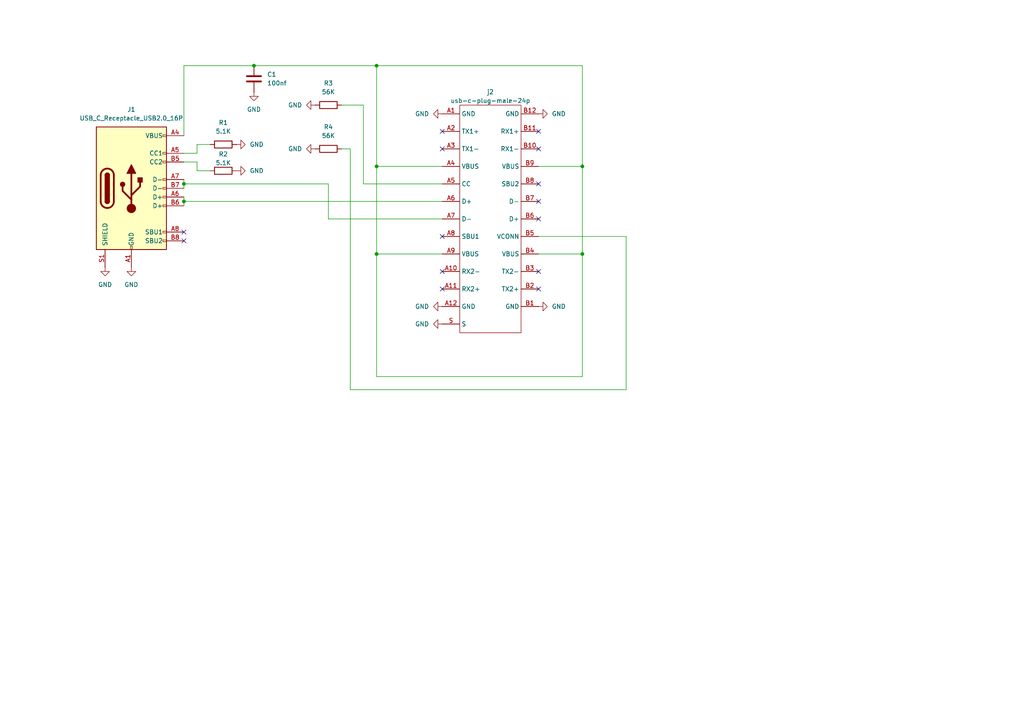
<source format=kicad_sch>
(kicad_sch
	(version 20231120)
	(generator "eeschema")
	(generator_version "8.0")
	(uuid "8f17509e-9c2c-43cc-80e7-f0e2b6508464")
	(paper "A4")
	(lib_symbols
		(symbol "Connector:USB_C_Receptacle_USB2.0_16P"
			(pin_names
				(offset 1.016)
			)
			(exclude_from_sim no)
			(in_bom yes)
			(on_board yes)
			(property "Reference" "J"
				(at 0 22.225 0)
				(effects
					(font
						(size 1.27 1.27)
					)
				)
			)
			(property "Value" "USB_C_Receptacle_USB2.0_16P"
				(at 0 19.685 0)
				(effects
					(font
						(size 1.27 1.27)
					)
				)
			)
			(property "Footprint" ""
				(at 3.81 0 0)
				(effects
					(font
						(size 1.27 1.27)
					)
					(hide yes)
				)
			)
			(property "Datasheet" "https://www.usb.org/sites/default/files/documents/usb_type-c.zip"
				(at 3.81 0 0)
				(effects
					(font
						(size 1.27 1.27)
					)
					(hide yes)
				)
			)
			(property "Description" "USB 2.0-only 16P Type-C Receptacle connector"
				(at 0 0 0)
				(effects
					(font
						(size 1.27 1.27)
					)
					(hide yes)
				)
			)
			(property "ki_keywords" "usb universal serial bus type-C USB2.0"
				(at 0 0 0)
				(effects
					(font
						(size 1.27 1.27)
					)
					(hide yes)
				)
			)
			(property "ki_fp_filters" "USB*C*Receptacle*"
				(at 0 0 0)
				(effects
					(font
						(size 1.27 1.27)
					)
					(hide yes)
				)
			)
			(symbol "USB_C_Receptacle_USB2.0_16P_0_0"
				(rectangle
					(start -0.254 -17.78)
					(end 0.254 -16.764)
					(stroke
						(width 0)
						(type default)
					)
					(fill
						(type none)
					)
				)
				(rectangle
					(start 10.16 -14.986)
					(end 9.144 -15.494)
					(stroke
						(width 0)
						(type default)
					)
					(fill
						(type none)
					)
				)
				(rectangle
					(start 10.16 -12.446)
					(end 9.144 -12.954)
					(stroke
						(width 0)
						(type default)
					)
					(fill
						(type none)
					)
				)
				(rectangle
					(start 10.16 -4.826)
					(end 9.144 -5.334)
					(stroke
						(width 0)
						(type default)
					)
					(fill
						(type none)
					)
				)
				(rectangle
					(start 10.16 -2.286)
					(end 9.144 -2.794)
					(stroke
						(width 0)
						(type default)
					)
					(fill
						(type none)
					)
				)
				(rectangle
					(start 10.16 0.254)
					(end 9.144 -0.254)
					(stroke
						(width 0)
						(type default)
					)
					(fill
						(type none)
					)
				)
				(rectangle
					(start 10.16 2.794)
					(end 9.144 2.286)
					(stroke
						(width 0)
						(type default)
					)
					(fill
						(type none)
					)
				)
				(rectangle
					(start 10.16 7.874)
					(end 9.144 7.366)
					(stroke
						(width 0)
						(type default)
					)
					(fill
						(type none)
					)
				)
				(rectangle
					(start 10.16 10.414)
					(end 9.144 9.906)
					(stroke
						(width 0)
						(type default)
					)
					(fill
						(type none)
					)
				)
				(rectangle
					(start 10.16 15.494)
					(end 9.144 14.986)
					(stroke
						(width 0)
						(type default)
					)
					(fill
						(type none)
					)
				)
			)
			(symbol "USB_C_Receptacle_USB2.0_16P_0_1"
				(rectangle
					(start -10.16 17.78)
					(end 10.16 -17.78)
					(stroke
						(width 0.254)
						(type default)
					)
					(fill
						(type background)
					)
				)
				(arc
					(start -8.89 -3.81)
					(mid -6.985 -5.7067)
					(end -5.08 -3.81)
					(stroke
						(width 0.508)
						(type default)
					)
					(fill
						(type none)
					)
				)
				(arc
					(start -7.62 -3.81)
					(mid -6.985 -4.4423)
					(end -6.35 -3.81)
					(stroke
						(width 0.254)
						(type default)
					)
					(fill
						(type none)
					)
				)
				(arc
					(start -7.62 -3.81)
					(mid -6.985 -4.4423)
					(end -6.35 -3.81)
					(stroke
						(width 0.254)
						(type default)
					)
					(fill
						(type outline)
					)
				)
				(rectangle
					(start -7.62 -3.81)
					(end -6.35 3.81)
					(stroke
						(width 0.254)
						(type default)
					)
					(fill
						(type outline)
					)
				)
				(arc
					(start -6.35 3.81)
					(mid -6.985 4.4423)
					(end -7.62 3.81)
					(stroke
						(width 0.254)
						(type default)
					)
					(fill
						(type none)
					)
				)
				(arc
					(start -6.35 3.81)
					(mid -6.985 4.4423)
					(end -7.62 3.81)
					(stroke
						(width 0.254)
						(type default)
					)
					(fill
						(type outline)
					)
				)
				(arc
					(start -5.08 3.81)
					(mid -6.985 5.7067)
					(end -8.89 3.81)
					(stroke
						(width 0.508)
						(type default)
					)
					(fill
						(type none)
					)
				)
				(circle
					(center -2.54 1.143)
					(radius 0.635)
					(stroke
						(width 0.254)
						(type default)
					)
					(fill
						(type outline)
					)
				)
				(circle
					(center 0 -5.842)
					(radius 1.27)
					(stroke
						(width 0)
						(type default)
					)
					(fill
						(type outline)
					)
				)
				(polyline
					(pts
						(xy -8.89 -3.81) (xy -8.89 3.81)
					)
					(stroke
						(width 0.508)
						(type default)
					)
					(fill
						(type none)
					)
				)
				(polyline
					(pts
						(xy -5.08 3.81) (xy -5.08 -3.81)
					)
					(stroke
						(width 0.508)
						(type default)
					)
					(fill
						(type none)
					)
				)
				(polyline
					(pts
						(xy 0 -5.842) (xy 0 4.318)
					)
					(stroke
						(width 0.508)
						(type default)
					)
					(fill
						(type none)
					)
				)
				(polyline
					(pts
						(xy 0 -3.302) (xy -2.54 -0.762) (xy -2.54 0.508)
					)
					(stroke
						(width 0.508)
						(type default)
					)
					(fill
						(type none)
					)
				)
				(polyline
					(pts
						(xy 0 -2.032) (xy 2.54 0.508) (xy 2.54 1.778)
					)
					(stroke
						(width 0.508)
						(type default)
					)
					(fill
						(type none)
					)
				)
				(polyline
					(pts
						(xy -1.27 4.318) (xy 0 6.858) (xy 1.27 4.318) (xy -1.27 4.318)
					)
					(stroke
						(width 0.254)
						(type default)
					)
					(fill
						(type outline)
					)
				)
				(rectangle
					(start 1.905 1.778)
					(end 3.175 3.048)
					(stroke
						(width 0.254)
						(type default)
					)
					(fill
						(type outline)
					)
				)
			)
			(symbol "USB_C_Receptacle_USB2.0_16P_1_1"
				(pin passive line
					(at 0 -22.86 90)
					(length 5.08)
					(name "GND"
						(effects
							(font
								(size 1.27 1.27)
							)
						)
					)
					(number "A1"
						(effects
							(font
								(size 1.27 1.27)
							)
						)
					)
				)
				(pin passive line
					(at 0 -22.86 90)
					(length 5.08) hide
					(name "GND"
						(effects
							(font
								(size 1.27 1.27)
							)
						)
					)
					(number "A12"
						(effects
							(font
								(size 1.27 1.27)
							)
						)
					)
				)
				(pin passive line
					(at 15.24 15.24 180)
					(length 5.08)
					(name "VBUS"
						(effects
							(font
								(size 1.27 1.27)
							)
						)
					)
					(number "A4"
						(effects
							(font
								(size 1.27 1.27)
							)
						)
					)
				)
				(pin bidirectional line
					(at 15.24 10.16 180)
					(length 5.08)
					(name "CC1"
						(effects
							(font
								(size 1.27 1.27)
							)
						)
					)
					(number "A5"
						(effects
							(font
								(size 1.27 1.27)
							)
						)
					)
				)
				(pin bidirectional line
					(at 15.24 -2.54 180)
					(length 5.08)
					(name "D+"
						(effects
							(font
								(size 1.27 1.27)
							)
						)
					)
					(number "A6"
						(effects
							(font
								(size 1.27 1.27)
							)
						)
					)
				)
				(pin bidirectional line
					(at 15.24 2.54 180)
					(length 5.08)
					(name "D-"
						(effects
							(font
								(size 1.27 1.27)
							)
						)
					)
					(number "A7"
						(effects
							(font
								(size 1.27 1.27)
							)
						)
					)
				)
				(pin bidirectional line
					(at 15.24 -12.7 180)
					(length 5.08)
					(name "SBU1"
						(effects
							(font
								(size 1.27 1.27)
							)
						)
					)
					(number "A8"
						(effects
							(font
								(size 1.27 1.27)
							)
						)
					)
				)
				(pin passive line
					(at 15.24 15.24 180)
					(length 5.08) hide
					(name "VBUS"
						(effects
							(font
								(size 1.27 1.27)
							)
						)
					)
					(number "A9"
						(effects
							(font
								(size 1.27 1.27)
							)
						)
					)
				)
				(pin passive line
					(at 0 -22.86 90)
					(length 5.08) hide
					(name "GND"
						(effects
							(font
								(size 1.27 1.27)
							)
						)
					)
					(number "B1"
						(effects
							(font
								(size 1.27 1.27)
							)
						)
					)
				)
				(pin passive line
					(at 0 -22.86 90)
					(length 5.08) hide
					(name "GND"
						(effects
							(font
								(size 1.27 1.27)
							)
						)
					)
					(number "B12"
						(effects
							(font
								(size 1.27 1.27)
							)
						)
					)
				)
				(pin passive line
					(at 15.24 15.24 180)
					(length 5.08) hide
					(name "VBUS"
						(effects
							(font
								(size 1.27 1.27)
							)
						)
					)
					(number "B4"
						(effects
							(font
								(size 1.27 1.27)
							)
						)
					)
				)
				(pin bidirectional line
					(at 15.24 7.62 180)
					(length 5.08)
					(name "CC2"
						(effects
							(font
								(size 1.27 1.27)
							)
						)
					)
					(number "B5"
						(effects
							(font
								(size 1.27 1.27)
							)
						)
					)
				)
				(pin bidirectional line
					(at 15.24 -5.08 180)
					(length 5.08)
					(name "D+"
						(effects
							(font
								(size 1.27 1.27)
							)
						)
					)
					(number "B6"
						(effects
							(font
								(size 1.27 1.27)
							)
						)
					)
				)
				(pin bidirectional line
					(at 15.24 0 180)
					(length 5.08)
					(name "D-"
						(effects
							(font
								(size 1.27 1.27)
							)
						)
					)
					(number "B7"
						(effects
							(font
								(size 1.27 1.27)
							)
						)
					)
				)
				(pin bidirectional line
					(at 15.24 -15.24 180)
					(length 5.08)
					(name "SBU2"
						(effects
							(font
								(size 1.27 1.27)
							)
						)
					)
					(number "B8"
						(effects
							(font
								(size 1.27 1.27)
							)
						)
					)
				)
				(pin passive line
					(at 15.24 15.24 180)
					(length 5.08) hide
					(name "VBUS"
						(effects
							(font
								(size 1.27 1.27)
							)
						)
					)
					(number "B9"
						(effects
							(font
								(size 1.27 1.27)
							)
						)
					)
				)
				(pin passive line
					(at -7.62 -22.86 90)
					(length 5.08)
					(name "SHIELD"
						(effects
							(font
								(size 1.27 1.27)
							)
						)
					)
					(number "S1"
						(effects
							(font
								(size 1.27 1.27)
							)
						)
					)
				)
			)
		)
		(symbol "Device:C"
			(pin_numbers hide)
			(pin_names
				(offset 0.254)
			)
			(exclude_from_sim no)
			(in_bom yes)
			(on_board yes)
			(property "Reference" "C"
				(at 0.635 2.54 0)
				(effects
					(font
						(size 1.27 1.27)
					)
					(justify left)
				)
			)
			(property "Value" "C"
				(at 0.635 -2.54 0)
				(effects
					(font
						(size 1.27 1.27)
					)
					(justify left)
				)
			)
			(property "Footprint" ""
				(at 0.9652 -3.81 0)
				(effects
					(font
						(size 1.27 1.27)
					)
					(hide yes)
				)
			)
			(property "Datasheet" "~"
				(at 0 0 0)
				(effects
					(font
						(size 1.27 1.27)
					)
					(hide yes)
				)
			)
			(property "Description" "Unpolarized capacitor"
				(at 0 0 0)
				(effects
					(font
						(size 1.27 1.27)
					)
					(hide yes)
				)
			)
			(property "ki_keywords" "cap capacitor"
				(at 0 0 0)
				(effects
					(font
						(size 1.27 1.27)
					)
					(hide yes)
				)
			)
			(property "ki_fp_filters" "C_*"
				(at 0 0 0)
				(effects
					(font
						(size 1.27 1.27)
					)
					(hide yes)
				)
			)
			(symbol "C_0_1"
				(polyline
					(pts
						(xy -2.032 -0.762) (xy 2.032 -0.762)
					)
					(stroke
						(width 0.508)
						(type default)
					)
					(fill
						(type none)
					)
				)
				(polyline
					(pts
						(xy -2.032 0.762) (xy 2.032 0.762)
					)
					(stroke
						(width 0.508)
						(type default)
					)
					(fill
						(type none)
					)
				)
			)
			(symbol "C_1_1"
				(pin passive line
					(at 0 3.81 270)
					(length 2.794)
					(name "~"
						(effects
							(font
								(size 1.27 1.27)
							)
						)
					)
					(number "1"
						(effects
							(font
								(size 1.27 1.27)
							)
						)
					)
				)
				(pin passive line
					(at 0 -3.81 90)
					(length 2.794)
					(name "~"
						(effects
							(font
								(size 1.27 1.27)
							)
						)
					)
					(number "2"
						(effects
							(font
								(size 1.27 1.27)
							)
						)
					)
				)
			)
		)
		(symbol "Device:R"
			(pin_numbers hide)
			(pin_names
				(offset 0)
			)
			(exclude_from_sim no)
			(in_bom yes)
			(on_board yes)
			(property "Reference" "R"
				(at 2.032 0 90)
				(effects
					(font
						(size 1.27 1.27)
					)
				)
			)
			(property "Value" "R"
				(at 0 0 90)
				(effects
					(font
						(size 1.27 1.27)
					)
				)
			)
			(property "Footprint" ""
				(at -1.778 0 90)
				(effects
					(font
						(size 1.27 1.27)
					)
					(hide yes)
				)
			)
			(property "Datasheet" "~"
				(at 0 0 0)
				(effects
					(font
						(size 1.27 1.27)
					)
					(hide yes)
				)
			)
			(property "Description" "Resistor"
				(at 0 0 0)
				(effects
					(font
						(size 1.27 1.27)
					)
					(hide yes)
				)
			)
			(property "ki_keywords" "R res resistor"
				(at 0 0 0)
				(effects
					(font
						(size 1.27 1.27)
					)
					(hide yes)
				)
			)
			(property "ki_fp_filters" "R_*"
				(at 0 0 0)
				(effects
					(font
						(size 1.27 1.27)
					)
					(hide yes)
				)
			)
			(symbol "R_0_1"
				(rectangle
					(start -1.016 -2.54)
					(end 1.016 2.54)
					(stroke
						(width 0.254)
						(type default)
					)
					(fill
						(type none)
					)
				)
			)
			(symbol "R_1_1"
				(pin passive line
					(at 0 3.81 270)
					(length 1.27)
					(name "~"
						(effects
							(font
								(size 1.27 1.27)
							)
						)
					)
					(number "1"
						(effects
							(font
								(size 1.27 1.27)
							)
						)
					)
				)
				(pin passive line
					(at 0 -3.81 90)
					(length 1.27)
					(name "~"
						(effects
							(font
								(size 1.27 1.27)
							)
						)
					)
					(number "2"
						(effects
							(font
								(size 1.27 1.27)
							)
						)
					)
				)
			)
		)
		(symbol "power:GND"
			(power)
			(pin_numbers hide)
			(pin_names
				(offset 0) hide)
			(exclude_from_sim no)
			(in_bom yes)
			(on_board yes)
			(property "Reference" "#PWR"
				(at 0 -6.35 0)
				(effects
					(font
						(size 1.27 1.27)
					)
					(hide yes)
				)
			)
			(property "Value" "GND"
				(at 0 -3.81 0)
				(effects
					(font
						(size 1.27 1.27)
					)
				)
			)
			(property "Footprint" ""
				(at 0 0 0)
				(effects
					(font
						(size 1.27 1.27)
					)
					(hide yes)
				)
			)
			(property "Datasheet" ""
				(at 0 0 0)
				(effects
					(font
						(size 1.27 1.27)
					)
					(hide yes)
				)
			)
			(property "Description" "Power symbol creates a global label with name \"GND\" , ground"
				(at 0 0 0)
				(effects
					(font
						(size 1.27 1.27)
					)
					(hide yes)
				)
			)
			(property "ki_keywords" "global power"
				(at 0 0 0)
				(effects
					(font
						(size 1.27 1.27)
					)
					(hide yes)
				)
			)
			(symbol "GND_0_1"
				(polyline
					(pts
						(xy 0 0) (xy 0 -1.27) (xy 1.27 -1.27) (xy 0 -2.54) (xy -1.27 -1.27) (xy 0 -1.27)
					)
					(stroke
						(width 0)
						(type default)
					)
					(fill
						(type none)
					)
				)
			)
			(symbol "GND_1_1"
				(pin power_in line
					(at 0 0 270)
					(length 0)
					(name "~"
						(effects
							(font
								(size 1.27 1.27)
							)
						)
					)
					(number "1"
						(effects
							(font
								(size 1.27 1.27)
							)
						)
					)
				)
			)
		)
		(symbol "usbc-plug_24_pin:USBC-PLUG_24_PIN"
			(exclude_from_sim no)
			(in_bom yes)
			(on_board yes)
			(property "Reference" "j2"
				(at 0 33.02 0)
				(effects
					(font
						(size 1.27 1.27)
					)
				)
			)
			(property "Value" "~"
				(at 0 0 0)
				(effects
					(font
						(size 1.27 1.27)
					)
				)
			)
			(property "Footprint" "dummifier:CONN_USBC-PLUG_24_PIN"
				(at 0 0 0)
				(effects
					(font
						(size 1.27 1.27)
					)
					(hide yes)
				)
			)
			(property "Datasheet" ""
				(at 0 0 0)
				(effects
					(font
						(size 1.27 1.27)
					)
					(hide yes)
				)
			)
			(property "Description" ""
				(at 0 0 0)
				(effects
					(font
						(size 1.27 1.27)
					)
					(hide yes)
				)
			)
			(symbol "USBC-PLUG_24_PIN_1_1"
				(rectangle
					(start -8.89 30.48)
					(end 8.89 -35.56)
					(stroke
						(width 0)
						(type solid)
					)
					(fill
						(type none)
					)
				)
				(pin passive line
					(at -13.97 27.94 0)
					(length 5.08)
					(name "GND"
						(effects
							(font
								(size 1.27 1.27)
							)
						)
					)
					(number "A1"
						(effects
							(font
								(size 1.27 1.27)
							)
						)
					)
				)
				(pin passive line
					(at -13.97 -17.78 0)
					(length 5.08)
					(name "RX2-"
						(effects
							(font
								(size 1.27 1.27)
							)
						)
					)
					(number "A10"
						(effects
							(font
								(size 1.27 1.27)
							)
						)
					)
				)
				(pin passive line
					(at -13.97 -22.86 0)
					(length 5.08)
					(name "RX2+"
						(effects
							(font
								(size 1.27 1.27)
							)
						)
					)
					(number "A11"
						(effects
							(font
								(size 1.27 1.27)
							)
						)
					)
				)
				(pin passive line
					(at -13.97 -27.94 0)
					(length 5.08)
					(name "GND"
						(effects
							(font
								(size 1.27 1.27)
							)
						)
					)
					(number "A12"
						(effects
							(font
								(size 1.27 1.27)
							)
						)
					)
				)
				(pin passive line
					(at -13.97 22.86 0)
					(length 5.08)
					(name "TX1+"
						(effects
							(font
								(size 1.27 1.27)
							)
						)
					)
					(number "A2"
						(effects
							(font
								(size 1.27 1.27)
							)
						)
					)
				)
				(pin passive line
					(at -13.97 17.78 0)
					(length 5.08)
					(name "TX1-"
						(effects
							(font
								(size 1.27 1.27)
							)
						)
					)
					(number "A3"
						(effects
							(font
								(size 1.27 1.27)
							)
						)
					)
				)
				(pin power_out line
					(at -13.97 12.7 0)
					(length 5.08)
					(name "VBUS"
						(effects
							(font
								(size 1.27 1.27)
							)
						)
					)
					(number "A4"
						(effects
							(font
								(size 1.27 1.27)
							)
						)
					)
				)
				(pin passive line
					(at -13.97 7.62 0)
					(length 5.08)
					(name "CC"
						(effects
							(font
								(size 1.27 1.27)
							)
						)
					)
					(number "A5"
						(effects
							(font
								(size 1.27 1.27)
							)
						)
					)
				)
				(pin bidirectional line
					(at -13.97 2.54 0)
					(length 5.08)
					(name "D+"
						(effects
							(font
								(size 1.27 1.27)
							)
						)
					)
					(number "A6"
						(effects
							(font
								(size 1.27 1.27)
							)
						)
					)
				)
				(pin bidirectional line
					(at -13.97 -2.54 0)
					(length 5.08)
					(name "D-"
						(effects
							(font
								(size 1.27 1.27)
							)
						)
					)
					(number "A7"
						(effects
							(font
								(size 1.27 1.27)
							)
						)
					)
				)
				(pin passive line
					(at -13.97 -7.62 0)
					(length 5.08)
					(name "SBU1"
						(effects
							(font
								(size 1.27 1.27)
							)
						)
					)
					(number "A8"
						(effects
							(font
								(size 1.27 1.27)
							)
						)
					)
				)
				(pin passive line
					(at -13.97 -12.7 0)
					(length 5.08)
					(name "VBUS"
						(effects
							(font
								(size 1.27 1.27)
							)
						)
					)
					(number "A9"
						(effects
							(font
								(size 1.27 1.27)
							)
						)
					)
				)
				(pin passive line
					(at 13.97 -27.94 180)
					(length 5.08)
					(name "GND"
						(effects
							(font
								(size 1.27 1.27)
							)
						)
					)
					(number "B1"
						(effects
							(font
								(size 1.27 1.27)
							)
						)
					)
				)
				(pin passive line
					(at 13.97 17.78 180)
					(length 5.08)
					(name "RX1-"
						(effects
							(font
								(size 1.27 1.27)
							)
						)
					)
					(number "B10"
						(effects
							(font
								(size 1.27 1.27)
							)
						)
					)
				)
				(pin passive line
					(at 13.97 22.86 180)
					(length 5.08)
					(name "RX1+"
						(effects
							(font
								(size 1.27 1.27)
							)
						)
					)
					(number "B11"
						(effects
							(font
								(size 1.27 1.27)
							)
						)
					)
				)
				(pin passive line
					(at 13.97 27.94 180)
					(length 5.08)
					(name "GND"
						(effects
							(font
								(size 1.27 1.27)
							)
						)
					)
					(number "B12"
						(effects
							(font
								(size 1.27 1.27)
							)
						)
					)
				)
				(pin passive line
					(at 13.97 -22.86 180)
					(length 5.08)
					(name "TX2+"
						(effects
							(font
								(size 1.27 1.27)
							)
						)
					)
					(number "B2"
						(effects
							(font
								(size 1.27 1.27)
							)
						)
					)
				)
				(pin passive line
					(at 13.97 -17.78 180)
					(length 5.08)
					(name "TX2-"
						(effects
							(font
								(size 1.27 1.27)
							)
						)
					)
					(number "B3"
						(effects
							(font
								(size 1.27 1.27)
							)
						)
					)
				)
				(pin passive line
					(at 13.97 -12.7 180)
					(length 5.08)
					(name "VBUS"
						(effects
							(font
								(size 1.27 1.27)
							)
						)
					)
					(number "B4"
						(effects
							(font
								(size 1.27 1.27)
							)
						)
					)
				)
				(pin passive line
					(at 13.97 -7.62 180)
					(length 5.08)
					(name "VCONN"
						(effects
							(font
								(size 1.27 1.27)
							)
						)
					)
					(number "B5"
						(effects
							(font
								(size 1.27 1.27)
							)
						)
					)
				)
				(pin bidirectional line
					(at 13.97 -2.54 180)
					(length 5.08)
					(name "D+"
						(effects
							(font
								(size 1.27 1.27)
							)
						)
					)
					(number "B6"
						(effects
							(font
								(size 1.27 1.27)
							)
						)
					)
				)
				(pin bidirectional line
					(at 13.97 2.54 180)
					(length 5.08)
					(name "D-"
						(effects
							(font
								(size 1.27 1.27)
							)
						)
					)
					(number "B7"
						(effects
							(font
								(size 1.27 1.27)
							)
						)
					)
				)
				(pin passive line
					(at 13.97 7.62 180)
					(length 5.08)
					(name "SBU2"
						(effects
							(font
								(size 1.27 1.27)
							)
						)
					)
					(number "B8"
						(effects
							(font
								(size 1.27 1.27)
							)
						)
					)
				)
				(pin passive line
					(at 13.97 12.7 180)
					(length 5.08)
					(name "VBUS"
						(effects
							(font
								(size 1.27 1.27)
							)
						)
					)
					(number "B9"
						(effects
							(font
								(size 1.27 1.27)
							)
						)
					)
				)
				(pin passive line
					(at -13.97 -33.02 0)
					(length 5.08)
					(name "S"
						(effects
							(font
								(size 1.27 1.27)
							)
						)
					)
					(number "S"
						(effects
							(font
								(size 1.27 1.27)
							)
						)
					)
				)
			)
		)
	)
	(junction
		(at 168.91 48.26)
		(diameter 0)
		(color 0 0 0 0)
		(uuid "0255d3b7-a92b-44b4-8e33-70e8ed2ed3e2")
	)
	(junction
		(at 109.22 19.05)
		(diameter 0)
		(color 0 0 0 0)
		(uuid "0fbda5cd-bdd2-4310-b5c9-686aaa81c23e")
	)
	(junction
		(at 168.91 73.66)
		(diameter 0)
		(color 0 0 0 0)
		(uuid "555eabb9-cdf9-4140-9b71-cdc40792520c")
	)
	(junction
		(at 109.22 48.26)
		(diameter 0)
		(color 0 0 0 0)
		(uuid "5d895c06-cf33-4a7b-a80b-f28f9743a164")
	)
	(junction
		(at 73.66 19.05)
		(diameter 0)
		(color 0 0 0 0)
		(uuid "7749a5ca-bc95-4c0e-b061-ee3366f9e0bb")
	)
	(junction
		(at 53.34 58.42)
		(diameter 0)
		(color 0 0 0 0)
		(uuid "ebbb50e1-b602-4abb-927c-cf4357fbb563")
	)
	(junction
		(at 109.22 73.66)
		(diameter 0)
		(color 0 0 0 0)
		(uuid "ed0e4d7f-781b-4313-b78f-4869ec44dcef")
	)
	(junction
		(at 53.34 53.34)
		(diameter 0)
		(color 0 0 0 0)
		(uuid "f06b0250-1933-4e03-bcb8-84b7cb84db58")
	)
	(no_connect
		(at 156.21 53.34)
		(uuid "0c299144-3a95-4a60-b04a-63003114b263")
	)
	(no_connect
		(at 53.34 67.31)
		(uuid "145d0fbb-4c52-4614-93fa-ffd5dccb9bbc")
	)
	(no_connect
		(at 128.27 38.1)
		(uuid "1c58c0ee-8c90-41e4-99ce-a0cb47e4e451")
	)
	(no_connect
		(at 156.21 83.82)
		(uuid "1d06dddf-faa8-4a48-85da-f4fd090d93c9")
	)
	(no_connect
		(at 128.27 78.74)
		(uuid "202ac492-6650-46e3-9960-34ce15ead6a7")
	)
	(no_connect
		(at 128.27 43.18)
		(uuid "234653bb-7a83-4a4b-89a9-ecaada69407d")
	)
	(no_connect
		(at 53.34 69.85)
		(uuid "274559ea-7c01-4bb3-bd0e-e4bacd263a16")
	)
	(no_connect
		(at 156.21 43.18)
		(uuid "34bf7efa-85a1-45d4-bb09-e30c2a4f259f")
	)
	(no_connect
		(at 128.27 83.82)
		(uuid "a4d838f4-657d-479e-926b-6ddd94b4de72")
	)
	(no_connect
		(at 156.21 58.42)
		(uuid "abe6650b-6873-45d5-aee4-8b5658de7506")
	)
	(no_connect
		(at 156.21 38.1)
		(uuid "c0a0943e-f8a3-4cc9-a760-084be1d713d4")
	)
	(no_connect
		(at 128.27 68.58)
		(uuid "cd87e625-17a4-4e1f-9faf-e9caaa708ff1")
	)
	(no_connect
		(at 156.21 63.5)
		(uuid "d99adf62-ed74-4f8e-a5d9-d571cc002dc8")
	)
	(no_connect
		(at 156.21 78.74)
		(uuid "fc1401ab-0104-4b6f-b0e8-03f56909d211")
	)
	(wire
		(pts
			(xy 156.21 68.58) (xy 181.61 68.58)
		)
		(stroke
			(width 0)
			(type default)
		)
		(uuid "01ad0031-fe48-49ae-9d50-c1dee977ceaa")
	)
	(wire
		(pts
			(xy 99.06 43.18) (xy 101.6 43.18)
		)
		(stroke
			(width 0)
			(type default)
		)
		(uuid "074e1807-1543-4dc0-9bc6-3270d3eb012e")
	)
	(wire
		(pts
			(xy 57.15 44.45) (xy 57.15 41.91)
		)
		(stroke
			(width 0)
			(type default)
		)
		(uuid "0aade52b-de17-41ad-9fe0-a28f74dcfefb")
	)
	(wire
		(pts
			(xy 53.34 58.42) (xy 128.27 58.42)
		)
		(stroke
			(width 0)
			(type default)
		)
		(uuid "0d1e54c2-2c76-4cc6-a7e8-ed81059bb84c")
	)
	(wire
		(pts
			(xy 181.61 113.03) (xy 101.6 113.03)
		)
		(stroke
			(width 0)
			(type default)
		)
		(uuid "13cabf99-49c8-41aa-83d3-f9c18a18f1ec")
	)
	(wire
		(pts
			(xy 109.22 48.26) (xy 128.27 48.26)
		)
		(stroke
			(width 0)
			(type default)
		)
		(uuid "202d0d81-833b-4a91-af0b-7655cbcc3907")
	)
	(wire
		(pts
			(xy 57.15 46.99) (xy 57.15 49.53)
		)
		(stroke
			(width 0)
			(type default)
		)
		(uuid "288ed39e-7c90-4b20-b188-3befdf5d952a")
	)
	(wire
		(pts
			(xy 101.6 113.03) (xy 101.6 43.18)
		)
		(stroke
			(width 0)
			(type default)
		)
		(uuid "3444280a-6131-4786-b6e6-d2c0d56a51d8")
	)
	(wire
		(pts
			(xy 109.22 109.22) (xy 168.91 109.22)
		)
		(stroke
			(width 0)
			(type default)
		)
		(uuid "346e8521-cbad-4c40-83af-bcf6ee09f836")
	)
	(wire
		(pts
			(xy 168.91 73.66) (xy 156.21 73.66)
		)
		(stroke
			(width 0)
			(type default)
		)
		(uuid "35538b77-8a57-46f8-a998-fbb4aabbf91e")
	)
	(wire
		(pts
			(xy 168.91 73.66) (xy 168.91 109.22)
		)
		(stroke
			(width 0)
			(type default)
		)
		(uuid "35fc426e-bbf5-4533-bd09-34478ab70d4e")
	)
	(wire
		(pts
			(xy 53.34 58.42) (xy 53.34 59.69)
		)
		(stroke
			(width 0)
			(type default)
		)
		(uuid "435043d4-9133-4be3-a67b-92f7d6e4ab66")
	)
	(wire
		(pts
			(xy 128.27 73.66) (xy 109.22 73.66)
		)
		(stroke
			(width 0)
			(type default)
		)
		(uuid "561cc63a-9361-47e2-a2aa-d4cc1d748984")
	)
	(wire
		(pts
			(xy 57.15 49.53) (xy 60.96 49.53)
		)
		(stroke
			(width 0)
			(type default)
		)
		(uuid "5aeb014c-8bf7-47a8-ae07-2825e6c69c89")
	)
	(wire
		(pts
			(xy 109.22 48.26) (xy 109.22 73.66)
		)
		(stroke
			(width 0)
			(type default)
		)
		(uuid "66d0182d-fc67-4838-86a1-87bc47254dfc")
	)
	(wire
		(pts
			(xy 53.34 19.05) (xy 53.34 39.37)
		)
		(stroke
			(width 0)
			(type default)
		)
		(uuid "67ccffc9-4caa-4d2c-a45e-7a0668757040")
	)
	(wire
		(pts
			(xy 109.22 73.66) (xy 109.22 109.22)
		)
		(stroke
			(width 0)
			(type default)
		)
		(uuid "6cff2bcc-dc90-4a41-9366-8668c76cc623")
	)
	(wire
		(pts
			(xy 109.22 19.05) (xy 109.22 48.26)
		)
		(stroke
			(width 0)
			(type default)
		)
		(uuid "752ca81e-156c-4325-9bf0-48177dc6f29a")
	)
	(wire
		(pts
			(xy 95.25 63.5) (xy 128.27 63.5)
		)
		(stroke
			(width 0)
			(type default)
		)
		(uuid "775cc8da-8177-449a-86e6-b06c05fd4338")
	)
	(wire
		(pts
			(xy 168.91 48.26) (xy 168.91 73.66)
		)
		(stroke
			(width 0)
			(type default)
		)
		(uuid "79b43a0f-c56c-4213-8a84-b48db4da4d4f")
	)
	(wire
		(pts
			(xy 53.34 19.05) (xy 73.66 19.05)
		)
		(stroke
			(width 0)
			(type default)
		)
		(uuid "7a7eb7d4-b048-48cf-87ef-ad08724e36cd")
	)
	(wire
		(pts
			(xy 57.15 41.91) (xy 60.96 41.91)
		)
		(stroke
			(width 0)
			(type default)
		)
		(uuid "8406b8a5-fbfe-4cf4-be5b-c54d88a1f661")
	)
	(wire
		(pts
			(xy 128.27 53.34) (xy 105.41 53.34)
		)
		(stroke
			(width 0)
			(type default)
		)
		(uuid "884eee67-a1cb-4757-8ea6-7991554a2950")
	)
	(wire
		(pts
			(xy 109.22 19.05) (xy 168.91 19.05)
		)
		(stroke
			(width 0)
			(type default)
		)
		(uuid "88a4a698-51c8-4f93-b835-a480c445fe23")
	)
	(wire
		(pts
			(xy 53.34 52.07) (xy 53.34 53.34)
		)
		(stroke
			(width 0)
			(type default)
		)
		(uuid "936d9149-c3aa-4de5-97f0-62c5828b4174")
	)
	(wire
		(pts
			(xy 53.34 46.99) (xy 57.15 46.99)
		)
		(stroke
			(width 0)
			(type default)
		)
		(uuid "969624c1-56c4-4fc6-ae96-63d0f5a7edd2")
	)
	(wire
		(pts
			(xy 73.66 19.05) (xy 109.22 19.05)
		)
		(stroke
			(width 0)
			(type default)
		)
		(uuid "96f69770-a4df-462d-8a06-31b78e3b1029")
	)
	(wire
		(pts
			(xy 53.34 53.34) (xy 95.25 53.34)
		)
		(stroke
			(width 0)
			(type default)
		)
		(uuid "99c3361b-6d72-4fc6-83ce-ab8b48966136")
	)
	(wire
		(pts
			(xy 53.34 53.34) (xy 53.34 54.61)
		)
		(stroke
			(width 0)
			(type default)
		)
		(uuid "9cd95c89-3dd0-4195-8fee-ea649b295d4e")
	)
	(wire
		(pts
			(xy 105.41 30.48) (xy 105.41 53.34)
		)
		(stroke
			(width 0)
			(type default)
		)
		(uuid "a9f3f1a5-8927-4c06-b3bb-58dec95cf99c")
	)
	(wire
		(pts
			(xy 156.21 48.26) (xy 168.91 48.26)
		)
		(stroke
			(width 0)
			(type default)
		)
		(uuid "bda39dfd-443e-4804-8d2a-2dedddac08e4")
	)
	(wire
		(pts
			(xy 53.34 57.15) (xy 53.34 58.42)
		)
		(stroke
			(width 0)
			(type default)
		)
		(uuid "c285fd73-bdfd-4598-a151-be3e5a1b40f8")
	)
	(wire
		(pts
			(xy 95.25 53.34) (xy 95.25 63.5)
		)
		(stroke
			(width 0)
			(type default)
		)
		(uuid "d1ffa366-4fbb-4462-9b93-44c7dd09f42c")
	)
	(wire
		(pts
			(xy 99.06 30.48) (xy 105.41 30.48)
		)
		(stroke
			(width 0)
			(type default)
		)
		(uuid "d37afe82-fff5-4552-9fb5-bc8352b55c28")
	)
	(wire
		(pts
			(xy 53.34 44.45) (xy 57.15 44.45)
		)
		(stroke
			(width 0)
			(type default)
		)
		(uuid "e803335b-5dec-49be-a50a-2f23381a7ec0")
	)
	(wire
		(pts
			(xy 168.91 48.26) (xy 168.91 19.05)
		)
		(stroke
			(width 0)
			(type default)
		)
		(uuid "f0d4acea-67a2-4dbd-aec2-8bbe4e5e7c81")
	)
	(wire
		(pts
			(xy 181.61 68.58) (xy 181.61 113.03)
		)
		(stroke
			(width 0)
			(type default)
		)
		(uuid "fc783f2f-9618-4e98-a5be-379df2428e3f")
	)
	(symbol
		(lib_id "power:GND")
		(at 30.48 77.47 0)
		(unit 1)
		(exclude_from_sim no)
		(in_bom yes)
		(on_board yes)
		(dnp no)
		(fields_autoplaced yes)
		(uuid "18d88ece-d528-46ad-88dd-6d22776d11ce")
		(property "Reference" "#PWR01"
			(at 30.48 83.82 0)
			(effects
				(font
					(size 1.27 1.27)
				)
				(hide yes)
			)
		)
		(property "Value" "GND"
			(at 30.48 82.55 0)
			(effects
				(font
					(size 1.27 1.27)
				)
			)
		)
		(property "Footprint" ""
			(at 30.48 77.47 0)
			(effects
				(font
					(size 1.27 1.27)
				)
				(hide yes)
			)
		)
		(property "Datasheet" ""
			(at 30.48 77.47 0)
			(effects
				(font
					(size 1.27 1.27)
				)
				(hide yes)
			)
		)
		(property "Description" "Power symbol creates a global label with name \"GND\" , ground"
			(at 30.48 77.47 0)
			(effects
				(font
					(size 1.27 1.27)
				)
				(hide yes)
			)
		)
		(pin "1"
			(uuid "40d62eac-d4d0-4042-ad26-e67076b30f26")
		)
		(instances
			(project "dummifier"
				(path "/8f17509e-9c2c-43cc-80e7-f0e2b6508464"
					(reference "#PWR01")
					(unit 1)
				)
			)
		)
	)
	(symbol
		(lib_id "power:GND")
		(at 128.27 33.02 270)
		(unit 1)
		(exclude_from_sim no)
		(in_bom yes)
		(on_board yes)
		(dnp no)
		(fields_autoplaced yes)
		(uuid "224ecfd1-a541-443c-90e8-d34b4dcaa2f3")
		(property "Reference" "#PWR010"
			(at 121.92 33.02 0)
			(effects
				(font
					(size 1.27 1.27)
				)
				(hide yes)
			)
		)
		(property "Value" "GND"
			(at 124.46 33.0199 90)
			(effects
				(font
					(size 1.27 1.27)
				)
				(justify right)
			)
		)
		(property "Footprint" ""
			(at 128.27 33.02 0)
			(effects
				(font
					(size 1.27 1.27)
				)
				(hide yes)
			)
		)
		(property "Datasheet" ""
			(at 128.27 33.02 0)
			(effects
				(font
					(size 1.27 1.27)
				)
				(hide yes)
			)
		)
		(property "Description" "Power symbol creates a global label with name \"GND\" , ground"
			(at 128.27 33.02 0)
			(effects
				(font
					(size 1.27 1.27)
				)
				(hide yes)
			)
		)
		(pin "1"
			(uuid "94bb1607-b5f6-487a-b086-ec65be5df405")
		)
		(instances
			(project "dummifier"
				(path "/8f17509e-9c2c-43cc-80e7-f0e2b6508464"
					(reference "#PWR010")
					(unit 1)
				)
			)
		)
	)
	(symbol
		(lib_id "usbc-plug_24_pin:USBC-PLUG_24_PIN")
		(at 142.24 60.96 0)
		(unit 1)
		(exclude_from_sim no)
		(in_bom yes)
		(on_board yes)
		(dnp no)
		(fields_autoplaced yes)
		(uuid "246265f8-95d0-4930-8cb3-ea28db46f21e")
		(property "Reference" "j2"
			(at 142.24 26.67 0)
			(effects
				(font
					(size 1.27 1.27)
				)
			)
		)
		(property "Value" "usb-c-plug-male-24p"
			(at 142.24 29.21 0)
			(effects
				(font
					(size 1.27 1.27)
				)
			)
		)
		(property "Footprint" "dummifier:CONN_USBC-PLUG_24_PIN-2"
			(at 142.24 60.96 0)
			(effects
				(font
					(size 1.27 1.27)
				)
				(hide yes)
			)
		)
		(property "Datasheet" ""
			(at 142.24 60.96 0)
			(effects
				(font
					(size 1.27 1.27)
				)
				(hide yes)
			)
		)
		(property "Description" ""
			(at 142.24 60.96 0)
			(effects
				(font
					(size 1.27 1.27)
				)
				(hide yes)
			)
		)
		(pin "A1"
			(uuid "fdd94468-4f7a-43b5-bd26-fbff7c880604")
		)
		(pin "A10"
			(uuid "1a272f73-53cc-4774-8df5-43c09d1a5cfe")
		)
		(pin "A2"
			(uuid "850a813e-1931-4498-ae2a-f5b5273e2667")
		)
		(pin "B12"
			(uuid "95d2c922-1150-406c-a485-b31d719c78bd")
		)
		(pin "A7"
			(uuid "f33f90b2-224d-45e5-9190-afebdd32bbc5")
		)
		(pin "S"
			(uuid "4a1b540b-d668-4cbc-a43a-9a430a11aa89")
		)
		(pin "A12"
			(uuid "7f126eaa-f370-4ed1-bd63-ac1ee025e3f6")
		)
		(pin "B5"
			(uuid "8af10c22-7e52-4337-9339-b557aa590c60")
		)
		(pin "A4"
			(uuid "62044660-2b7a-47aa-85d6-9bf24457a625")
		)
		(pin "A9"
			(uuid "7b780274-2188-46b3-8d1a-ff5594da7da2")
		)
		(pin "A11"
			(uuid "dbfb603f-42c4-4b7c-8d96-2699a3e55a7a")
		)
		(pin "B4"
			(uuid "11a901f2-7ba1-4133-892c-866a610b9d83")
		)
		(pin "A8"
			(uuid "39f58a82-9804-4c21-85dc-5f62d8bd7112")
		)
		(pin "A3"
			(uuid "e2680d49-9085-4f74-87dc-84ccb05f3473")
		)
		(pin "B1"
			(uuid "af813150-48fb-461e-8faf-b2032b51197c")
		)
		(pin "A5"
			(uuid "bae0ca70-3e7d-4261-ba94-d5531a709061")
		)
		(pin "A6"
			(uuid "59077e0d-7c95-4f75-b6c6-20d814c8411e")
		)
		(pin "B11"
			(uuid "989abb59-acd0-4046-a737-504290523349")
		)
		(pin "B2"
			(uuid "74648213-4aed-4d52-90c6-611669d32a58")
		)
		(pin "B10"
			(uuid "280823f9-db81-456b-ac7e-6ff39ad19cea")
		)
		(pin "B3"
			(uuid "13fe32f8-6abe-4e9e-a02a-276a8d1dfe31")
		)
		(pin "B8"
			(uuid "96e3294d-87e9-4821-b1f3-c3633ad44d50")
		)
		(pin "B6"
			(uuid "4895f25d-96d1-4017-954d-1d027f587446")
		)
		(pin "B7"
			(uuid "16853c4d-e862-45d9-bd67-628f5b69deab")
		)
		(pin "B9"
			(uuid "bd07af6a-8173-46e4-98ab-2747ec561499")
		)
		(instances
			(project "dummifier"
				(path "/8f17509e-9c2c-43cc-80e7-f0e2b6508464"
					(reference "j2")
					(unit 1)
				)
			)
		)
	)
	(symbol
		(lib_id "Device:R")
		(at 95.25 43.18 90)
		(unit 1)
		(exclude_from_sim no)
		(in_bom yes)
		(on_board yes)
		(dnp no)
		(fields_autoplaced yes)
		(uuid "304ac49d-2179-45d1-af5c-c580ce51a9b3")
		(property "Reference" "R4"
			(at 95.25 36.83 90)
			(effects
				(font
					(size 1.27 1.27)
				)
			)
		)
		(property "Value" "56K"
			(at 95.25 39.37 90)
			(effects
				(font
					(size 1.27 1.27)
				)
			)
		)
		(property "Footprint" "Resistor_SMD:R_0805_2012Metric_Pad1.20x1.40mm_HandSolder"
			(at 95.25 44.958 90)
			(effects
				(font
					(size 1.27 1.27)
				)
				(hide yes)
			)
		)
		(property "Datasheet" "~"
			(at 95.25 43.18 0)
			(effects
				(font
					(size 1.27 1.27)
				)
				(hide yes)
			)
		)
		(property "Description" "Resistor"
			(at 95.25 43.18 0)
			(effects
				(font
					(size 1.27 1.27)
				)
				(hide yes)
			)
		)
		(pin "1"
			(uuid "ac3480d7-161f-4f1e-97a4-76abb8cfc80f")
		)
		(pin "2"
			(uuid "7a6e4ecf-bd6b-43e3-9397-b9dc96e3bb20")
		)
		(instances
			(project "dummifier"
				(path "/8f17509e-9c2c-43cc-80e7-f0e2b6508464"
					(reference "R4")
					(unit 1)
				)
			)
		)
	)
	(symbol
		(lib_id "Device:C")
		(at 73.66 22.86 0)
		(unit 1)
		(exclude_from_sim no)
		(in_bom yes)
		(on_board yes)
		(dnp no)
		(fields_autoplaced yes)
		(uuid "3e470d15-2bc1-4e6d-8a66-cf3d72a1e3d7")
		(property "Reference" "C1"
			(at 77.47 21.5899 0)
			(effects
				(font
					(size 1.27 1.27)
				)
				(justify left)
			)
		)
		(property "Value" "100nf"
			(at 77.47 24.1299 0)
			(effects
				(font
					(size 1.27 1.27)
				)
				(justify left)
			)
		)
		(property "Footprint" "Capacitor_SMD:C_0805_2012Metric_Pad1.18x1.45mm_HandSolder"
			(at 74.6252 26.67 0)
			(effects
				(font
					(size 1.27 1.27)
				)
				(hide yes)
			)
		)
		(property "Datasheet" "~"
			(at 73.66 22.86 0)
			(effects
				(font
					(size 1.27 1.27)
				)
				(hide yes)
			)
		)
		(property "Description" "Unpolarized capacitor"
			(at 73.66 22.86 0)
			(effects
				(font
					(size 1.27 1.27)
				)
				(hide yes)
			)
		)
		(pin "1"
			(uuid "884fcb03-20c6-4ea0-aa9e-2dcee6efee9b")
		)
		(pin "2"
			(uuid "4685a63b-b97f-46c0-a365-20c888577a3e")
		)
		(instances
			(project "dummifier"
				(path "/8f17509e-9c2c-43cc-80e7-f0e2b6508464"
					(reference "C1")
					(unit 1)
				)
			)
		)
	)
	(symbol
		(lib_id "power:GND")
		(at 128.27 93.98 270)
		(unit 1)
		(exclude_from_sim no)
		(in_bom yes)
		(on_board yes)
		(dnp no)
		(fields_autoplaced yes)
		(uuid "3eec7267-78c2-48b0-b110-dc9a8d232b13")
		(property "Reference" "#PWR013"
			(at 121.92 93.98 0)
			(effects
				(font
					(size 1.27 1.27)
				)
				(hide yes)
			)
		)
		(property "Value" "GND"
			(at 124.46 93.9799 90)
			(effects
				(font
					(size 1.27 1.27)
				)
				(justify right)
			)
		)
		(property "Footprint" ""
			(at 128.27 93.98 0)
			(effects
				(font
					(size 1.27 1.27)
				)
				(hide yes)
			)
		)
		(property "Datasheet" ""
			(at 128.27 93.98 0)
			(effects
				(font
					(size 1.27 1.27)
				)
				(hide yes)
			)
		)
		(property "Description" "Power symbol creates a global label with name \"GND\" , ground"
			(at 128.27 93.98 0)
			(effects
				(font
					(size 1.27 1.27)
				)
				(hide yes)
			)
		)
		(pin "1"
			(uuid "4e1e97a6-9c8a-4ac2-a987-c67f37c40882")
		)
		(instances
			(project "dummifier"
				(path "/8f17509e-9c2c-43cc-80e7-f0e2b6508464"
					(reference "#PWR013")
					(unit 1)
				)
			)
		)
	)
	(symbol
		(lib_id "power:GND")
		(at 156.21 88.9 90)
		(unit 1)
		(exclude_from_sim no)
		(in_bom yes)
		(on_board yes)
		(dnp no)
		(fields_autoplaced yes)
		(uuid "4141b13b-4417-4d07-a1d9-f5410ac64023")
		(property "Reference" "#PWR014"
			(at 162.56 88.9 0)
			(effects
				(font
					(size 1.27 1.27)
				)
				(hide yes)
			)
		)
		(property "Value" "GND"
			(at 160.02 88.8999 90)
			(effects
				(font
					(size 1.27 1.27)
				)
				(justify right)
			)
		)
		(property "Footprint" ""
			(at 156.21 88.9 0)
			(effects
				(font
					(size 1.27 1.27)
				)
				(hide yes)
			)
		)
		(property "Datasheet" ""
			(at 156.21 88.9 0)
			(effects
				(font
					(size 1.27 1.27)
				)
				(hide yes)
			)
		)
		(property "Description" "Power symbol creates a global label with name \"GND\" , ground"
			(at 156.21 88.9 0)
			(effects
				(font
					(size 1.27 1.27)
				)
				(hide yes)
			)
		)
		(pin "1"
			(uuid "ffad5a73-65b6-4002-a0b2-e36bd94c9f9e")
		)
		(instances
			(project "dummifier"
				(path "/8f17509e-9c2c-43cc-80e7-f0e2b6508464"
					(reference "#PWR014")
					(unit 1)
				)
			)
		)
	)
	(symbol
		(lib_id "power:GND")
		(at 156.21 33.02 90)
		(unit 1)
		(exclude_from_sim no)
		(in_bom yes)
		(on_board yes)
		(dnp no)
		(fields_autoplaced yes)
		(uuid "57283c02-d587-4a1b-91d4-c5dcf2331001")
		(property "Reference" "#PWR011"
			(at 162.56 33.02 0)
			(effects
				(font
					(size 1.27 1.27)
				)
				(hide yes)
			)
		)
		(property "Value" "GND"
			(at 160.02 33.0199 90)
			(effects
				(font
					(size 1.27 1.27)
				)
				(justify right)
			)
		)
		(property "Footprint" ""
			(at 156.21 33.02 0)
			(effects
				(font
					(size 1.27 1.27)
				)
				(hide yes)
			)
		)
		(property "Datasheet" ""
			(at 156.21 33.02 0)
			(effects
				(font
					(size 1.27 1.27)
				)
				(hide yes)
			)
		)
		(property "Description" "Power symbol creates a global label with name \"GND\" , ground"
			(at 156.21 33.02 0)
			(effects
				(font
					(size 1.27 1.27)
				)
				(hide yes)
			)
		)
		(pin "1"
			(uuid "d2612296-bd04-4dc1-8d5d-3c56cfc8e494")
		)
		(instances
			(project "dummifier"
				(path "/8f17509e-9c2c-43cc-80e7-f0e2b6508464"
					(reference "#PWR011")
					(unit 1)
				)
			)
		)
	)
	(symbol
		(lib_id "power:GND")
		(at 91.44 30.48 270)
		(unit 1)
		(exclude_from_sim no)
		(in_bom yes)
		(on_board yes)
		(dnp no)
		(fields_autoplaced yes)
		(uuid "5baab2d1-1bea-47ac-bd4e-5153d6d51ec6")
		(property "Reference" "#PWR08"
			(at 85.09 30.48 0)
			(effects
				(font
					(size 1.27 1.27)
				)
				(hide yes)
			)
		)
		(property "Value" "GND"
			(at 87.63 30.4799 90)
			(effects
				(font
					(size 1.27 1.27)
				)
				(justify right)
			)
		)
		(property "Footprint" ""
			(at 91.44 30.48 0)
			(effects
				(font
					(size 1.27 1.27)
				)
				(hide yes)
			)
		)
		(property "Datasheet" ""
			(at 91.44 30.48 0)
			(effects
				(font
					(size 1.27 1.27)
				)
				(hide yes)
			)
		)
		(property "Description" "Power symbol creates a global label with name \"GND\" , ground"
			(at 91.44 30.48 0)
			(effects
				(font
					(size 1.27 1.27)
				)
				(hide yes)
			)
		)
		(pin "1"
			(uuid "f5dd46e5-2592-425a-b0a8-1ddd1d6de351")
		)
		(instances
			(project "dummifier"
				(path "/8f17509e-9c2c-43cc-80e7-f0e2b6508464"
					(reference "#PWR08")
					(unit 1)
				)
			)
		)
	)
	(symbol
		(lib_id "power:GND")
		(at 68.58 49.53 90)
		(unit 1)
		(exclude_from_sim no)
		(in_bom yes)
		(on_board yes)
		(dnp no)
		(fields_autoplaced yes)
		(uuid "631b2382-ee07-4e7c-bd77-2774dc2f612f")
		(property "Reference" "#PWR04"
			(at 74.93 49.53 0)
			(effects
				(font
					(size 1.27 1.27)
				)
				(hide yes)
			)
		)
		(property "Value" "GND"
			(at 72.39 49.5299 90)
			(effects
				(font
					(size 1.27 1.27)
				)
				(justify right)
			)
		)
		(property "Footprint" ""
			(at 68.58 49.53 0)
			(effects
				(font
					(size 1.27 1.27)
				)
				(hide yes)
			)
		)
		(property "Datasheet" ""
			(at 68.58 49.53 0)
			(effects
				(font
					(size 1.27 1.27)
				)
				(hide yes)
			)
		)
		(property "Description" "Power symbol creates a global label with name \"GND\" , ground"
			(at 68.58 49.53 0)
			(effects
				(font
					(size 1.27 1.27)
				)
				(hide yes)
			)
		)
		(pin "1"
			(uuid "fc03ecf9-ed08-4e63-9f21-8175ab55e616")
		)
		(instances
			(project "dummifier"
				(path "/8f17509e-9c2c-43cc-80e7-f0e2b6508464"
					(reference "#PWR04")
					(unit 1)
				)
			)
		)
	)
	(symbol
		(lib_id "power:GND")
		(at 91.44 43.18 270)
		(unit 1)
		(exclude_from_sim no)
		(in_bom yes)
		(on_board yes)
		(dnp no)
		(fields_autoplaced yes)
		(uuid "8de2b2ee-cea3-46d4-9f20-4532bd9503a1")
		(property "Reference" "#PWR09"
			(at 85.09 43.18 0)
			(effects
				(font
					(size 1.27 1.27)
				)
				(hide yes)
			)
		)
		(property "Value" "GND"
			(at 87.63 43.1799 90)
			(effects
				(font
					(size 1.27 1.27)
				)
				(justify right)
			)
		)
		(property "Footprint" ""
			(at 91.44 43.18 0)
			(effects
				(font
					(size 1.27 1.27)
				)
				(hide yes)
			)
		)
		(property "Datasheet" ""
			(at 91.44 43.18 0)
			(effects
				(font
					(size 1.27 1.27)
				)
				(hide yes)
			)
		)
		(property "Description" "Power symbol creates a global label with name \"GND\" , ground"
			(at 91.44 43.18 0)
			(effects
				(font
					(size 1.27 1.27)
				)
				(hide yes)
			)
		)
		(pin "1"
			(uuid "20f00d26-0eaf-49b0-9f79-7824d00078a8")
		)
		(instances
			(project "dummifier"
				(path "/8f17509e-9c2c-43cc-80e7-f0e2b6508464"
					(reference "#PWR09")
					(unit 1)
				)
			)
		)
	)
	(symbol
		(lib_id "power:GND")
		(at 73.66 26.67 0)
		(unit 1)
		(exclude_from_sim no)
		(in_bom yes)
		(on_board yes)
		(dnp no)
		(fields_autoplaced yes)
		(uuid "be366dfa-8944-4136-bd5f-d90497d1572c")
		(property "Reference" "#PWR07"
			(at 73.66 33.02 0)
			(effects
				(font
					(size 1.27 1.27)
				)
				(hide yes)
			)
		)
		(property "Value" "GND"
			(at 73.66 31.75 0)
			(effects
				(font
					(size 1.27 1.27)
				)
			)
		)
		(property "Footprint" ""
			(at 73.66 26.67 0)
			(effects
				(font
					(size 1.27 1.27)
				)
				(hide yes)
			)
		)
		(property "Datasheet" ""
			(at 73.66 26.67 0)
			(effects
				(font
					(size 1.27 1.27)
				)
				(hide yes)
			)
		)
		(property "Description" "Power symbol creates a global label with name \"GND\" , ground"
			(at 73.66 26.67 0)
			(effects
				(font
					(size 1.27 1.27)
				)
				(hide yes)
			)
		)
		(pin "1"
			(uuid "b1b20990-5f6e-42b6-b180-24320d9669e3")
		)
		(instances
			(project "dummifier"
				(path "/8f17509e-9c2c-43cc-80e7-f0e2b6508464"
					(reference "#PWR07")
					(unit 1)
				)
			)
		)
	)
	(symbol
		(lib_id "Connector:USB_C_Receptacle_USB2.0_16P")
		(at 38.1 54.61 0)
		(unit 1)
		(exclude_from_sim no)
		(in_bom yes)
		(on_board yes)
		(dnp no)
		(fields_autoplaced yes)
		(uuid "c0154b57-b4e3-4033-bb3f-63135d27a3f1")
		(property "Reference" "J1"
			(at 38.1 31.75 0)
			(effects
				(font
					(size 1.27 1.27)
				)
			)
		)
		(property "Value" "USB_C_Receptacle_USB2.0_16P"
			(at 38.1 34.29 0)
			(effects
				(font
					(size 1.27 1.27)
				)
			)
		)
		(property "Footprint" "Connector_USB:USB_C_Receptacle_HRO_TYPE-C-31-M-12"
			(at 41.91 54.61 0)
			(effects
				(font
					(size 1.27 1.27)
				)
				(hide yes)
			)
		)
		(property "Datasheet" "https://www.usb.org/sites/default/files/documents/usb_type-c.zip"
			(at 41.91 54.61 0)
			(effects
				(font
					(size 1.27 1.27)
				)
				(hide yes)
			)
		)
		(property "Description" "USB 2.0-only 16P Type-C Receptacle connector"
			(at 38.1 54.61 0)
			(effects
				(font
					(size 1.27 1.27)
				)
				(hide yes)
			)
		)
		(pin "A4"
			(uuid "67e5b83e-1ac3-4451-b0f3-3aab3a09a93a")
		)
		(pin "A12"
			(uuid "39b97e3c-8895-4ddb-a265-3321e98dc719")
		)
		(pin "A5"
			(uuid "2dda7130-0536-4e5c-abbb-1dc3246f63e0")
		)
		(pin "A6"
			(uuid "c8be4853-13c5-4bf4-a25e-862497c198aa")
		)
		(pin "A7"
			(uuid "5dc59d6d-6224-4e2a-8c68-2fbf577c14c6")
		)
		(pin "A1"
			(uuid "60fa2fdf-480d-453e-a687-889b9c11f101")
		)
		(pin "B12"
			(uuid "3b4c24fb-64d7-49f9-a7c8-9d992e1863b6")
		)
		(pin "A9"
			(uuid "e18df65f-a60e-4bfe-9444-cd16b91e52c6")
		)
		(pin "B1"
			(uuid "2c982561-e3e4-432b-9ff3-621aeba481aa")
		)
		(pin "A8"
			(uuid "deacad6b-b693-4500-be83-fbcf1e00992d")
		)
		(pin "B7"
			(uuid "0be3f2ed-593e-4270-982d-c0dbfd71f645")
		)
		(pin "B9"
			(uuid "3adbe7bd-d3ba-4a66-b293-ed421389b8dd")
		)
		(pin "S1"
			(uuid "10add60a-b814-4cc3-ab24-505c0183cadc")
		)
		(pin "B8"
			(uuid "b48685e3-8642-4637-b55f-41ee117ad076")
		)
		(pin "B5"
			(uuid "0b27f5b8-e5b6-4080-b49a-03ece76b24ee")
		)
		(pin "B6"
			(uuid "1c2aedc7-8c97-4d85-9eec-9f47aa28f6ea")
		)
		(pin "B4"
			(uuid "c26758bf-deca-456a-a236-40dc02382c70")
		)
		(instances
			(project "dummifier"
				(path "/8f17509e-9c2c-43cc-80e7-f0e2b6508464"
					(reference "J1")
					(unit 1)
				)
			)
		)
	)
	(symbol
		(lib_id "power:GND")
		(at 68.58 41.91 90)
		(unit 1)
		(exclude_from_sim no)
		(in_bom yes)
		(on_board yes)
		(dnp no)
		(fields_autoplaced yes)
		(uuid "c1199583-0e0d-4518-b6a9-d6b3b88e9c76")
		(property "Reference" "#PWR03"
			(at 74.93 41.91 0)
			(effects
				(font
					(size 1.27 1.27)
				)
				(hide yes)
			)
		)
		(property "Value" "GND"
			(at 72.39 41.9099 90)
			(effects
				(font
					(size 1.27 1.27)
				)
				(justify right)
			)
		)
		(property "Footprint" ""
			(at 68.58 41.91 0)
			(effects
				(font
					(size 1.27 1.27)
				)
				(hide yes)
			)
		)
		(property "Datasheet" ""
			(at 68.58 41.91 0)
			(effects
				(font
					(size 1.27 1.27)
				)
				(hide yes)
			)
		)
		(property "Description" "Power symbol creates a global label with name \"GND\" , ground"
			(at 68.58 41.91 0)
			(effects
				(font
					(size 1.27 1.27)
				)
				(hide yes)
			)
		)
		(pin "1"
			(uuid "f482bdb2-dc4e-4c63-b724-41cd862f466f")
		)
		(instances
			(project "dummifier"
				(path "/8f17509e-9c2c-43cc-80e7-f0e2b6508464"
					(reference "#PWR03")
					(unit 1)
				)
			)
		)
	)
	(symbol
		(lib_id "Device:R")
		(at 64.77 49.53 270)
		(unit 1)
		(exclude_from_sim no)
		(in_bom yes)
		(on_board yes)
		(dnp no)
		(uuid "e3a77b66-3ae8-4a7e-91d4-8c3d877b4a92")
		(property "Reference" "R2"
			(at 64.77 44.704 90)
			(effects
				(font
					(size 1.27 1.27)
				)
			)
		)
		(property "Value" "5.1K"
			(at 64.77 47.244 90)
			(effects
				(font
					(size 1.27 1.27)
				)
			)
		)
		(property "Footprint" "Resistor_SMD:R_0805_2012Metric_Pad1.20x1.40mm_HandSolder"
			(at 64.77 47.752 90)
			(effects
				(font
					(size 1.27 1.27)
				)
				(hide yes)
			)
		)
		(property "Datasheet" "~"
			(at 64.77 49.53 0)
			(effects
				(font
					(size 1.27 1.27)
				)
				(hide yes)
			)
		)
		(property "Description" "Resistor"
			(at 64.77 49.53 0)
			(effects
				(font
					(size 1.27 1.27)
				)
				(hide yes)
			)
		)
		(pin "2"
			(uuid "5f545c1e-dd77-4cdd-beb5-39fe955a0164")
		)
		(pin "1"
			(uuid "90972a3d-7f98-4c28-88df-3b0a1450b0df")
		)
		(instances
			(project "dummifier"
				(path "/8f17509e-9c2c-43cc-80e7-f0e2b6508464"
					(reference "R2")
					(unit 1)
				)
			)
		)
	)
	(symbol
		(lib_id "Device:R")
		(at 64.77 41.91 270)
		(unit 1)
		(exclude_from_sim no)
		(in_bom yes)
		(on_board yes)
		(dnp no)
		(fields_autoplaced yes)
		(uuid "e6c703a6-2d3d-4b06-bdb5-4b976a5e115d")
		(property "Reference" "R1"
			(at 64.77 35.56 90)
			(effects
				(font
					(size 1.27 1.27)
				)
			)
		)
		(property "Value" "5.1K"
			(at 64.77 38.1 90)
			(effects
				(font
					(size 1.27 1.27)
				)
			)
		)
		(property "Footprint" "Resistor_SMD:R_0805_2012Metric_Pad1.20x1.40mm_HandSolder"
			(at 64.77 40.132 90)
			(effects
				(font
					(size 1.27 1.27)
				)
				(hide yes)
			)
		)
		(property "Datasheet" "~"
			(at 64.77 41.91 0)
			(effects
				(font
					(size 1.27 1.27)
				)
				(hide yes)
			)
		)
		(property "Description" "Resistor"
			(at 64.77 41.91 0)
			(effects
				(font
					(size 1.27 1.27)
				)
				(hide yes)
			)
		)
		(pin "1"
			(uuid "799e305a-2abc-4478-81c6-a20a07cdf0c6")
		)
		(pin "2"
			(uuid "cc93c1a5-0715-492a-b4e9-f5ce58359001")
		)
		(instances
			(project "dummifier"
				(path "/8f17509e-9c2c-43cc-80e7-f0e2b6508464"
					(reference "R1")
					(unit 1)
				)
			)
		)
	)
	(symbol
		(lib_id "power:GND")
		(at 128.27 88.9 270)
		(unit 1)
		(exclude_from_sim no)
		(in_bom yes)
		(on_board yes)
		(dnp no)
		(fields_autoplaced yes)
		(uuid "e7c0384e-5c5d-4562-a36b-1ff4fca50942")
		(property "Reference" "#PWR012"
			(at 121.92 88.9 0)
			(effects
				(font
					(size 1.27 1.27)
				)
				(hide yes)
			)
		)
		(property "Value" "GND"
			(at 124.46 88.8999 90)
			(effects
				(font
					(size 1.27 1.27)
				)
				(justify right)
			)
		)
		(property "Footprint" ""
			(at 128.27 88.9 0)
			(effects
				(font
					(size 1.27 1.27)
				)
				(hide yes)
			)
		)
		(property "Datasheet" ""
			(at 128.27 88.9 0)
			(effects
				(font
					(size 1.27 1.27)
				)
				(hide yes)
			)
		)
		(property "Description" "Power symbol creates a global label with name \"GND\" , ground"
			(at 128.27 88.9 0)
			(effects
				(font
					(size 1.27 1.27)
				)
				(hide yes)
			)
		)
		(pin "1"
			(uuid "be64f700-978f-4123-8f47-eaabb8b68391")
		)
		(instances
			(project "dummifier"
				(path "/8f17509e-9c2c-43cc-80e7-f0e2b6508464"
					(reference "#PWR012")
					(unit 1)
				)
			)
		)
	)
	(symbol
		(lib_id "power:GND")
		(at 38.1 77.47 0)
		(unit 1)
		(exclude_from_sim no)
		(in_bom yes)
		(on_board yes)
		(dnp no)
		(fields_autoplaced yes)
		(uuid "ebf070cf-2400-4823-94b2-188461bee64a")
		(property "Reference" "#PWR02"
			(at 38.1 83.82 0)
			(effects
				(font
					(size 1.27 1.27)
				)
				(hide yes)
			)
		)
		(property "Value" "GND"
			(at 38.1 82.55 0)
			(effects
				(font
					(size 1.27 1.27)
				)
			)
		)
		(property "Footprint" ""
			(at 38.1 77.47 0)
			(effects
				(font
					(size 1.27 1.27)
				)
				(hide yes)
			)
		)
		(property "Datasheet" ""
			(at 38.1 77.47 0)
			(effects
				(font
					(size 1.27 1.27)
				)
				(hide yes)
			)
		)
		(property "Description" "Power symbol creates a global label with name \"GND\" , ground"
			(at 38.1 77.47 0)
			(effects
				(font
					(size 1.27 1.27)
				)
				(hide yes)
			)
		)
		(pin "1"
			(uuid "8cb0b4d9-84c2-4ce9-86bd-c933732b923a")
		)
		(instances
			(project "dummifier"
				(path "/8f17509e-9c2c-43cc-80e7-f0e2b6508464"
					(reference "#PWR02")
					(unit 1)
				)
			)
		)
	)
	(symbol
		(lib_id "Device:R")
		(at 95.25 30.48 90)
		(unit 1)
		(exclude_from_sim no)
		(in_bom yes)
		(on_board yes)
		(dnp no)
		(fields_autoplaced yes)
		(uuid "fa9a01d3-eded-4d43-a9ac-fe993b77dff1")
		(property "Reference" "R3"
			(at 95.25 24.13 90)
			(effects
				(font
					(size 1.27 1.27)
				)
			)
		)
		(property "Value" "56K"
			(at 95.25 26.67 90)
			(effects
				(font
					(size 1.27 1.27)
				)
			)
		)
		(property "Footprint" "Resistor_SMD:R_0805_2012Metric_Pad1.20x1.40mm_HandSolder"
			(at 95.25 32.258 90)
			(effects
				(font
					(size 1.27 1.27)
				)
				(hide yes)
			)
		)
		(property "Datasheet" "~"
			(at 95.25 30.48 0)
			(effects
				(font
					(size 1.27 1.27)
				)
				(hide yes)
			)
		)
		(property "Description" "Resistor"
			(at 95.25 30.48 0)
			(effects
				(font
					(size 1.27 1.27)
				)
				(hide yes)
			)
		)
		(pin "2"
			(uuid "d296b499-e011-4910-88b5-adbe53bbd960")
		)
		(pin "1"
			(uuid "b2ca46ba-2249-410e-bab3-c6aeb93d285a")
		)
		(instances
			(project "dummifier"
				(path "/8f17509e-9c2c-43cc-80e7-f0e2b6508464"
					(reference "R3")
					(unit 1)
				)
			)
		)
	)
	(sheet_instances
		(path "/"
			(page "1")
		)
	)
)
</source>
